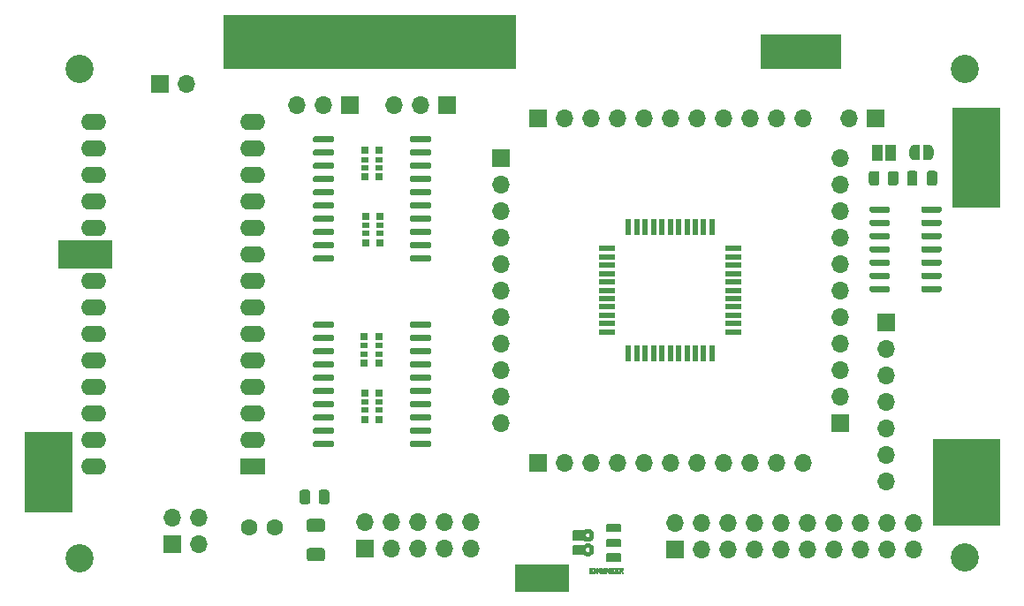
<source format=gbr>
%TF.GenerationSoftware,KiCad,Pcbnew,(5.1.10)-1*%
%TF.CreationDate,2021-06-15T10:47:19-05:00*%
%TF.ProjectId,gd 6502 proto pcb,67642036-3530-4322-9070-726f746f2070,rev?*%
%TF.SameCoordinates,Original*%
%TF.FileFunction,Soldermask,Top*%
%TF.FilePolarity,Negative*%
%FSLAX46Y46*%
G04 Gerber Fmt 4.6, Leading zero omitted, Abs format (unit mm)*
G04 Created by KiCad (PCBNEW (5.1.10)-1) date 2021-06-15 10:47:19*
%MOMM*%
%LPD*%
G01*
G04 APERTURE LIST*
%ADD10C,0.100000*%
%ADD11C,0.095901*%
%ADD12C,0.134262*%
%ADD13C,2.700000*%
%ADD14O,1.700000X1.700000*%
%ADD15R,1.700000X1.700000*%
%ADD16R,0.520000X1.500000*%
%ADD17R,1.500000X0.520000*%
%ADD18O,2.400000X1.600000*%
%ADD19R,2.400000X1.600000*%
%ADD20R,0.700000X0.640000*%
%ADD21R,0.700000X0.500000*%
%ADD22R,1.000000X1.500000*%
%ADD23C,1.600000*%
G04 APERTURE END LIST*
D10*
G36*
X208915000Y-64770000D02*
G01*
X201295000Y-64770000D01*
X201295000Y-61595000D01*
X208915000Y-61595000D01*
X208915000Y-64770000D01*
G37*
X208915000Y-64770000D02*
X201295000Y-64770000D01*
X201295000Y-61595000D01*
X208915000Y-61595000D01*
X208915000Y-64770000D01*
G36*
X224155000Y-78105000D02*
G01*
X219710000Y-78105000D01*
X219710000Y-68580000D01*
X224155000Y-68580000D01*
X224155000Y-78105000D01*
G37*
X224155000Y-78105000D02*
X219710000Y-78105000D01*
X219710000Y-68580000D01*
X224155000Y-68580000D01*
X224155000Y-78105000D01*
G36*
X224155000Y-108585000D02*
G01*
X217805000Y-108585000D01*
X217805000Y-100330000D01*
X224155000Y-100330000D01*
X224155000Y-108585000D01*
G37*
X224155000Y-108585000D02*
X217805000Y-108585000D01*
X217805000Y-100330000D01*
X224155000Y-100330000D01*
X224155000Y-108585000D01*
G36*
X182880000Y-114935000D02*
G01*
X177800000Y-114935000D01*
X177800000Y-112395000D01*
X182880000Y-112395000D01*
X182880000Y-114935000D01*
G37*
X182880000Y-114935000D02*
X177800000Y-114935000D01*
X177800000Y-112395000D01*
X182880000Y-112395000D01*
X182880000Y-114935000D01*
G36*
X135255000Y-107315000D02*
G01*
X130810000Y-107315000D01*
X130810000Y-99695000D01*
X135255000Y-99695000D01*
X135255000Y-107315000D01*
G37*
X135255000Y-107315000D02*
X130810000Y-107315000D01*
X130810000Y-99695000D01*
X135255000Y-99695000D01*
X135255000Y-107315000D01*
G36*
X177800000Y-64770000D02*
G01*
X149860000Y-64770000D01*
X149860000Y-59690000D01*
X177800000Y-59690000D01*
X177800000Y-64770000D01*
G37*
X177800000Y-64770000D02*
X149860000Y-64770000D01*
X149860000Y-59690000D01*
X177800000Y-59690000D01*
X177800000Y-64770000D01*
G36*
X139065000Y-83947000D02*
G01*
X133985000Y-83947000D01*
X133985000Y-81343500D01*
X139065000Y-81343500D01*
X139065000Y-83947000D01*
G37*
X139065000Y-83947000D02*
X133985000Y-83947000D01*
X133985000Y-81343500D01*
X139065000Y-81343500D01*
X139065000Y-83947000D01*
D11*
%TO.C,svg2mod*%
G36*
X187852750Y-112999261D02*
G01*
X187852750Y-112915563D01*
X187922750Y-112915563D01*
X187972750Y-112910413D01*
X188000250Y-112888522D01*
X188012750Y-112849892D01*
X188000250Y-112812550D01*
X187974000Y-112791948D01*
X187920250Y-112788085D01*
X187852750Y-112788084D01*
X187852750Y-112915563D01*
X187852750Y-112999261D01*
X187852750Y-113196274D01*
X187739000Y-113196274D01*
X187739000Y-112697948D01*
X187951500Y-112697948D01*
X188046500Y-112712112D01*
X188105250Y-112763618D01*
X188129000Y-112847317D01*
X188108219Y-112924255D01*
X188045250Y-112976083D01*
X188134000Y-113196274D01*
X188009000Y-113196274D01*
X187935250Y-112999261D01*
X187852750Y-112999261D01*
G37*
X187852750Y-112999261D02*
X187852750Y-112915563D01*
X187922750Y-112915563D01*
X187972750Y-112910413D01*
X188000250Y-112888522D01*
X188012750Y-112849892D01*
X188000250Y-112812550D01*
X187974000Y-112791948D01*
X187920250Y-112788085D01*
X187852750Y-112788084D01*
X187852750Y-112915563D01*
X187852750Y-112999261D01*
X187852750Y-113196274D01*
X187739000Y-113196274D01*
X187739000Y-112697948D01*
X187951500Y-112697948D01*
X188046500Y-112712112D01*
X188105250Y-112763618D01*
X188129000Y-112847317D01*
X188108219Y-112924255D01*
X188045250Y-112976083D01*
X188134000Y-113196274D01*
X188009000Y-113196274D01*
X187935250Y-112999261D01*
X187852750Y-112999261D01*
G36*
X187671500Y-112793235D02*
G01*
X187441500Y-112793235D01*
X187441500Y-112894960D01*
X187621500Y-112894960D01*
X187621500Y-112988960D01*
X187440250Y-112988960D01*
X187440250Y-113097123D01*
X187671500Y-113097123D01*
X187671500Y-113196274D01*
X187326500Y-113196274D01*
X187326500Y-112697948D01*
X187671500Y-112697948D01*
X187671500Y-112793235D01*
G37*
X187671500Y-112793235D02*
X187441500Y-112793235D01*
X187441500Y-112894960D01*
X187621500Y-112894960D01*
X187621500Y-112988960D01*
X187440250Y-112988960D01*
X187440250Y-113097123D01*
X187671500Y-113097123D01*
X187671500Y-113196274D01*
X187326500Y-113196274D01*
X187326500Y-112697948D01*
X187671500Y-112697948D01*
X187671500Y-112793235D01*
G36*
X187257750Y-112793235D02*
G01*
X187027750Y-112793235D01*
X187027750Y-112894960D01*
X187209000Y-112894960D01*
X187209000Y-112988960D01*
X187027750Y-112988960D01*
X187027750Y-113097123D01*
X187257750Y-113097123D01*
X187257750Y-113196274D01*
X186912750Y-113196274D01*
X186912750Y-112697948D01*
X187257750Y-112697948D01*
X187257750Y-112793235D01*
G37*
X187257750Y-112793235D02*
X187027750Y-112793235D01*
X187027750Y-112894960D01*
X187209000Y-112894960D01*
X187209000Y-112988960D01*
X187027750Y-112988960D01*
X187027750Y-113097123D01*
X187257750Y-113097123D01*
X187257750Y-113196274D01*
X186912750Y-113196274D01*
X186912750Y-112697948D01*
X187257750Y-112697948D01*
X187257750Y-112793235D01*
G36*
X186815250Y-112699235D02*
G01*
X186815250Y-113197561D01*
X186719000Y-113197561D01*
X186530250Y-112861481D01*
X186531493Y-112878221D01*
X186532737Y-112900111D01*
X186532737Y-113198849D01*
X186443987Y-113198849D01*
X186443987Y-112700523D01*
X186566487Y-112700523D01*
X186731487Y-112994110D01*
X186728987Y-112960631D01*
X186728987Y-112700523D01*
X186815237Y-112700523D01*
X186815250Y-112699235D01*
G37*
X186815250Y-112699235D02*
X186815250Y-113197561D01*
X186719000Y-113197561D01*
X186530250Y-112861481D01*
X186531493Y-112878221D01*
X186532737Y-112900111D01*
X186532737Y-113198849D01*
X186443987Y-113198849D01*
X186443987Y-112700523D01*
X186566487Y-112700523D01*
X186731487Y-112994110D01*
X186728987Y-112960631D01*
X186728987Y-112700523D01*
X186815237Y-112700523D01*
X186815250Y-112699235D01*
G36*
X186345250Y-112699235D02*
G01*
X186345250Y-113197561D01*
X186232750Y-113197561D01*
X186232750Y-112699235D01*
X186345250Y-112699235D01*
G37*
X186345250Y-112699235D02*
X186345250Y-113197561D01*
X186232750Y-113197561D01*
X186232750Y-112699235D01*
X186345250Y-112699235D01*
G36*
X186144000Y-112931015D02*
G01*
X186144000Y-113197561D01*
X186092750Y-113197561D01*
X186076500Y-113139616D01*
X185944000Y-113204000D01*
X185859937Y-113186616D01*
X185796500Y-113134466D01*
X185757125Y-113054470D01*
X185744000Y-112954193D01*
X185758062Y-112846673D01*
X185800250Y-112762331D01*
X185866656Y-112708410D01*
X185952750Y-112690222D01*
X186082750Y-112736577D01*
X186142750Y-112861481D01*
X186035250Y-112875645D01*
X185951500Y-112785509D01*
X185881500Y-112828002D01*
X185857750Y-112950330D01*
X185882750Y-113067507D01*
X185955250Y-113107425D01*
X186009000Y-113086822D01*
X186032750Y-113021151D01*
X185941500Y-113021151D01*
X185941500Y-112928439D01*
X186144000Y-112928439D01*
X186144000Y-112931015D01*
G37*
X186144000Y-112931015D02*
X186144000Y-113197561D01*
X186092750Y-113197561D01*
X186076500Y-113139616D01*
X185944000Y-113204000D01*
X185859937Y-113186616D01*
X185796500Y-113134466D01*
X185757125Y-113054470D01*
X185744000Y-112954193D01*
X185758062Y-112846673D01*
X185800250Y-112762331D01*
X185866656Y-112708410D01*
X185952750Y-112690222D01*
X186082750Y-112736577D01*
X186142750Y-112861481D01*
X186035250Y-112875645D01*
X185951500Y-112785509D01*
X185881500Y-112828002D01*
X185857750Y-112950330D01*
X185882750Y-113067507D01*
X185955250Y-113107425D01*
X186009000Y-113086822D01*
X186032750Y-113021151D01*
X185941500Y-113021151D01*
X185941500Y-112928439D01*
X186144000Y-112928439D01*
X186144000Y-112931015D01*
G36*
X185669000Y-112699235D02*
G01*
X185669000Y-113197561D01*
X185572750Y-113197561D01*
X185384000Y-112860193D01*
X185385243Y-112876933D01*
X185386487Y-112898823D01*
X185386487Y-113197561D01*
X185297737Y-113197561D01*
X185297737Y-112699235D01*
X185420237Y-112699235D01*
X185585237Y-112992823D01*
X185582737Y-112959343D01*
X185582737Y-112699235D01*
X185669000Y-112699235D01*
G37*
X185669000Y-112699235D02*
X185669000Y-113197561D01*
X185572750Y-113197561D01*
X185384000Y-112860193D01*
X185385243Y-112876933D01*
X185386487Y-112898823D01*
X185386487Y-113197561D01*
X185297737Y-113197561D01*
X185297737Y-112699235D01*
X185420237Y-112699235D01*
X185585237Y-112992823D01*
X185582737Y-112959343D01*
X185582737Y-112699235D01*
X185669000Y-112699235D01*
G36*
X185229000Y-112793235D02*
G01*
X184999000Y-112793235D01*
X184999000Y-112894960D01*
X185180250Y-112894960D01*
X185180250Y-112988960D01*
X184999000Y-112988960D01*
X184999000Y-113097123D01*
X185229000Y-113097123D01*
X185229000Y-113196274D01*
X184884000Y-113196274D01*
X184884000Y-112697948D01*
X185229000Y-112697948D01*
X185229000Y-112793235D01*
G37*
X185229000Y-112793235D02*
X184999000Y-112793235D01*
X184999000Y-112894960D01*
X185180250Y-112894960D01*
X185180250Y-112988960D01*
X184999000Y-112988960D01*
X184999000Y-113097123D01*
X185229000Y-113097123D01*
X185229000Y-113196274D01*
X184884000Y-113196274D01*
X184884000Y-112697948D01*
X185229000Y-112697948D01*
X185229000Y-112793235D01*
D12*
G36*
X184739000Y-109048708D02*
G01*
X184477613Y-109481644D01*
X184538531Y-109388329D01*
X184628746Y-109325435D01*
X184739000Y-109302377D01*
X184849781Y-109325435D01*
X184939937Y-109388329D01*
X185000562Y-109481644D01*
X185022750Y-109595965D01*
X185000562Y-109709541D01*
X184939937Y-109802474D01*
X184849781Y-109865228D01*
X184739000Y-109888265D01*
X184628219Y-109865228D01*
X184538062Y-109802474D01*
X184477437Y-109709541D01*
X184455250Y-109595965D01*
X184477613Y-109481644D01*
X184739000Y-109048708D01*
X184600898Y-109067546D01*
X184476685Y-109120435D01*
X184370250Y-109201940D01*
X183402750Y-109201940D01*
X183402750Y-109989990D01*
X184370250Y-109989990D01*
X184476130Y-110072067D01*
X184600620Y-110124670D01*
X184739000Y-110143222D01*
X184880348Y-110123699D01*
X185007287Y-110068585D01*
X185114781Y-109983069D01*
X185197796Y-109872336D01*
X185251297Y-109741572D01*
X185270250Y-109595965D01*
X185251297Y-109450358D01*
X185197796Y-109319594D01*
X185114781Y-109208861D01*
X185007287Y-109123344D01*
X184880348Y-109068231D01*
X184739000Y-109048708D01*
G37*
X184739000Y-109048708D02*
X184477613Y-109481644D01*
X184538531Y-109388329D01*
X184628746Y-109325435D01*
X184739000Y-109302377D01*
X184849781Y-109325435D01*
X184939937Y-109388329D01*
X185000562Y-109481644D01*
X185022750Y-109595965D01*
X185000562Y-109709541D01*
X184939937Y-109802474D01*
X184849781Y-109865228D01*
X184739000Y-109888265D01*
X184628219Y-109865228D01*
X184538062Y-109802474D01*
X184477437Y-109709541D01*
X184455250Y-109595965D01*
X184477613Y-109481644D01*
X184739000Y-109048708D01*
X184600898Y-109067546D01*
X184476685Y-109120435D01*
X184370250Y-109201940D01*
X183402750Y-109201940D01*
X183402750Y-109989990D01*
X184370250Y-109989990D01*
X184476130Y-110072067D01*
X184600620Y-110124670D01*
X184739000Y-110143222D01*
X184880348Y-110123699D01*
X185007287Y-110068585D01*
X185114781Y-109983069D01*
X185197796Y-109872336D01*
X185251297Y-109741572D01*
X185270250Y-109595965D01*
X185251297Y-109450358D01*
X185197796Y-109319594D01*
X185114781Y-109208861D01*
X185007287Y-109123344D01*
X184880348Y-109068231D01*
X184739000Y-109048708D01*
G36*
X186549000Y-111401270D02*
G01*
X187866500Y-111401270D01*
X187866500Y-112012910D01*
X186549000Y-112012910D01*
X186549000Y-111401270D01*
G37*
X186549000Y-111401270D02*
X187866500Y-111401270D01*
X187866500Y-112012910D01*
X186549000Y-112012910D01*
X186549000Y-111401270D01*
G36*
X186549000Y-109997716D02*
G01*
X187866500Y-109997716D01*
X187866500Y-110609357D01*
X186549000Y-110609357D01*
X186549000Y-109997716D01*
G37*
X186549000Y-109997716D02*
X187866500Y-109997716D01*
X187866500Y-110609357D01*
X186549000Y-110609357D01*
X186549000Y-109997716D01*
G36*
X186549000Y-108598025D02*
G01*
X187866500Y-108598025D01*
X187866500Y-109209666D01*
X186549000Y-109209666D01*
X186549000Y-108598025D01*
G37*
X186549000Y-108598025D02*
X187866500Y-108598025D01*
X187866500Y-109209666D01*
X186549000Y-109209666D01*
X186549000Y-108598025D01*
G36*
X184739000Y-110445823D02*
G01*
X184477613Y-110878961D01*
X184538531Y-110786088D01*
X184628746Y-110723637D01*
X184739000Y-110700781D01*
X184849781Y-110723818D01*
X184939937Y-110786571D01*
X185000562Y-110879505D01*
X185022750Y-110993080D01*
X185000562Y-111107401D01*
X184939937Y-111200716D01*
X184849781Y-111263611D01*
X184739000Y-111286668D01*
X184628219Y-111263611D01*
X184538062Y-111200716D01*
X184477437Y-111107401D01*
X184455250Y-110993080D01*
X184477613Y-110878961D01*
X184739000Y-110445823D01*
X184600898Y-110464661D01*
X184476685Y-110517551D01*
X184370250Y-110599055D01*
X183402750Y-110599055D01*
X183402750Y-111387106D01*
X184370250Y-111387106D01*
X184476130Y-111469182D01*
X184600620Y-111521786D01*
X184739000Y-111540338D01*
X184880348Y-111520814D01*
X185007287Y-111465701D01*
X185114781Y-111380185D01*
X185197796Y-111269451D01*
X185251297Y-111138688D01*
X185270250Y-110993080D01*
X185251297Y-110847473D01*
X185197796Y-110716710D01*
X185114781Y-110605976D01*
X185007287Y-110520460D01*
X184880348Y-110465347D01*
X184739000Y-110445823D01*
G37*
X184739000Y-110445823D02*
X184477613Y-110878961D01*
X184538531Y-110786088D01*
X184628746Y-110723637D01*
X184739000Y-110700781D01*
X184849781Y-110723818D01*
X184939937Y-110786571D01*
X185000562Y-110879505D01*
X185022750Y-110993080D01*
X185000562Y-111107401D01*
X184939937Y-111200716D01*
X184849781Y-111263611D01*
X184739000Y-111286668D01*
X184628219Y-111263611D01*
X184538062Y-111200716D01*
X184477437Y-111107401D01*
X184455250Y-110993080D01*
X184477613Y-110878961D01*
X184739000Y-110445823D01*
X184600898Y-110464661D01*
X184476685Y-110517551D01*
X184370250Y-110599055D01*
X183402750Y-110599055D01*
X183402750Y-111387106D01*
X184370250Y-111387106D01*
X184476130Y-111469182D01*
X184600620Y-111521786D01*
X184739000Y-111540338D01*
X184880348Y-111520814D01*
X185007287Y-111465701D01*
X185114781Y-111380185D01*
X185197796Y-111269451D01*
X185251297Y-111138688D01*
X185270250Y-110993080D01*
X185251297Y-110847473D01*
X185197796Y-110716710D01*
X185114781Y-110605976D01*
X185007287Y-110520460D01*
X184880348Y-110465347D01*
X184739000Y-110445823D01*
%TD*%
D13*
%TO.C,H4*%
X220853000Y-111734600D03*
%TD*%
%TO.C,H3*%
X136050000Y-111760000D03*
%TD*%
%TO.C,He*%
X220853000Y-64897000D03*
%TD*%
%TO.C,H1*%
X136050000Y-64930000D03*
%TD*%
D14*
%TO.C,J1*%
X147510500Y-107886500D03*
X147510500Y-110426500D03*
X144970500Y-107886500D03*
D15*
X144970500Y-110426500D03*
%TD*%
D14*
%TO.C,J10*%
X213360000Y-104394000D03*
X213360000Y-101854000D03*
X213360000Y-99314000D03*
X213360000Y-96774000D03*
X213360000Y-94234000D03*
X213360000Y-91694000D03*
D15*
X213360000Y-89154000D03*
%TD*%
D14*
%TO.C,J2*%
X176403000Y-98806000D03*
X176403000Y-96266000D03*
X176403000Y-93726000D03*
X176403000Y-91186000D03*
X176403000Y-88646000D03*
X176403000Y-86106000D03*
X176403000Y-83566000D03*
X176403000Y-81026000D03*
X176403000Y-78486000D03*
X176403000Y-75946000D03*
D15*
X176403000Y-73406000D03*
%TD*%
%TO.C,U5*%
G36*
G01*
X160464000Y-100688000D02*
X160464000Y-100988000D01*
G75*
G02*
X160314000Y-101138000I-150000J0D01*
G01*
X158564000Y-101138000D01*
G75*
G02*
X158414000Y-100988000I0J150000D01*
G01*
X158414000Y-100688000D01*
G75*
G02*
X158564000Y-100538000I150000J0D01*
G01*
X160314000Y-100538000D01*
G75*
G02*
X160464000Y-100688000I0J-150000D01*
G01*
G37*
G36*
G01*
X160464000Y-99418000D02*
X160464000Y-99718000D01*
G75*
G02*
X160314000Y-99868000I-150000J0D01*
G01*
X158564000Y-99868000D01*
G75*
G02*
X158414000Y-99718000I0J150000D01*
G01*
X158414000Y-99418000D01*
G75*
G02*
X158564000Y-99268000I150000J0D01*
G01*
X160314000Y-99268000D01*
G75*
G02*
X160464000Y-99418000I0J-150000D01*
G01*
G37*
G36*
G01*
X160464000Y-98148000D02*
X160464000Y-98448000D01*
G75*
G02*
X160314000Y-98598000I-150000J0D01*
G01*
X158564000Y-98598000D01*
G75*
G02*
X158414000Y-98448000I0J150000D01*
G01*
X158414000Y-98148000D01*
G75*
G02*
X158564000Y-97998000I150000J0D01*
G01*
X160314000Y-97998000D01*
G75*
G02*
X160464000Y-98148000I0J-150000D01*
G01*
G37*
G36*
G01*
X160464000Y-96878000D02*
X160464000Y-97178000D01*
G75*
G02*
X160314000Y-97328000I-150000J0D01*
G01*
X158564000Y-97328000D01*
G75*
G02*
X158414000Y-97178000I0J150000D01*
G01*
X158414000Y-96878000D01*
G75*
G02*
X158564000Y-96728000I150000J0D01*
G01*
X160314000Y-96728000D01*
G75*
G02*
X160464000Y-96878000I0J-150000D01*
G01*
G37*
G36*
G01*
X160464000Y-95608000D02*
X160464000Y-95908000D01*
G75*
G02*
X160314000Y-96058000I-150000J0D01*
G01*
X158564000Y-96058000D01*
G75*
G02*
X158414000Y-95908000I0J150000D01*
G01*
X158414000Y-95608000D01*
G75*
G02*
X158564000Y-95458000I150000J0D01*
G01*
X160314000Y-95458000D01*
G75*
G02*
X160464000Y-95608000I0J-150000D01*
G01*
G37*
G36*
G01*
X160464000Y-94338000D02*
X160464000Y-94638000D01*
G75*
G02*
X160314000Y-94788000I-150000J0D01*
G01*
X158564000Y-94788000D01*
G75*
G02*
X158414000Y-94638000I0J150000D01*
G01*
X158414000Y-94338000D01*
G75*
G02*
X158564000Y-94188000I150000J0D01*
G01*
X160314000Y-94188000D01*
G75*
G02*
X160464000Y-94338000I0J-150000D01*
G01*
G37*
G36*
G01*
X160464000Y-93068000D02*
X160464000Y-93368000D01*
G75*
G02*
X160314000Y-93518000I-150000J0D01*
G01*
X158564000Y-93518000D01*
G75*
G02*
X158414000Y-93368000I0J150000D01*
G01*
X158414000Y-93068000D01*
G75*
G02*
X158564000Y-92918000I150000J0D01*
G01*
X160314000Y-92918000D01*
G75*
G02*
X160464000Y-93068000I0J-150000D01*
G01*
G37*
G36*
G01*
X160464000Y-91798000D02*
X160464000Y-92098000D01*
G75*
G02*
X160314000Y-92248000I-150000J0D01*
G01*
X158564000Y-92248000D01*
G75*
G02*
X158414000Y-92098000I0J150000D01*
G01*
X158414000Y-91798000D01*
G75*
G02*
X158564000Y-91648000I150000J0D01*
G01*
X160314000Y-91648000D01*
G75*
G02*
X160464000Y-91798000I0J-150000D01*
G01*
G37*
G36*
G01*
X160464000Y-90528000D02*
X160464000Y-90828000D01*
G75*
G02*
X160314000Y-90978000I-150000J0D01*
G01*
X158564000Y-90978000D01*
G75*
G02*
X158414000Y-90828000I0J150000D01*
G01*
X158414000Y-90528000D01*
G75*
G02*
X158564000Y-90378000I150000J0D01*
G01*
X160314000Y-90378000D01*
G75*
G02*
X160464000Y-90528000I0J-150000D01*
G01*
G37*
G36*
G01*
X160464000Y-89258000D02*
X160464000Y-89558000D01*
G75*
G02*
X160314000Y-89708000I-150000J0D01*
G01*
X158564000Y-89708000D01*
G75*
G02*
X158414000Y-89558000I0J150000D01*
G01*
X158414000Y-89258000D01*
G75*
G02*
X158564000Y-89108000I150000J0D01*
G01*
X160314000Y-89108000D01*
G75*
G02*
X160464000Y-89258000I0J-150000D01*
G01*
G37*
G36*
G01*
X169764000Y-89258000D02*
X169764000Y-89558000D01*
G75*
G02*
X169614000Y-89708000I-150000J0D01*
G01*
X167864000Y-89708000D01*
G75*
G02*
X167714000Y-89558000I0J150000D01*
G01*
X167714000Y-89258000D01*
G75*
G02*
X167864000Y-89108000I150000J0D01*
G01*
X169614000Y-89108000D01*
G75*
G02*
X169764000Y-89258000I0J-150000D01*
G01*
G37*
G36*
G01*
X169764000Y-90528000D02*
X169764000Y-90828000D01*
G75*
G02*
X169614000Y-90978000I-150000J0D01*
G01*
X167864000Y-90978000D01*
G75*
G02*
X167714000Y-90828000I0J150000D01*
G01*
X167714000Y-90528000D01*
G75*
G02*
X167864000Y-90378000I150000J0D01*
G01*
X169614000Y-90378000D01*
G75*
G02*
X169764000Y-90528000I0J-150000D01*
G01*
G37*
G36*
G01*
X169764000Y-91798000D02*
X169764000Y-92098000D01*
G75*
G02*
X169614000Y-92248000I-150000J0D01*
G01*
X167864000Y-92248000D01*
G75*
G02*
X167714000Y-92098000I0J150000D01*
G01*
X167714000Y-91798000D01*
G75*
G02*
X167864000Y-91648000I150000J0D01*
G01*
X169614000Y-91648000D01*
G75*
G02*
X169764000Y-91798000I0J-150000D01*
G01*
G37*
G36*
G01*
X169764000Y-93068000D02*
X169764000Y-93368000D01*
G75*
G02*
X169614000Y-93518000I-150000J0D01*
G01*
X167864000Y-93518000D01*
G75*
G02*
X167714000Y-93368000I0J150000D01*
G01*
X167714000Y-93068000D01*
G75*
G02*
X167864000Y-92918000I150000J0D01*
G01*
X169614000Y-92918000D01*
G75*
G02*
X169764000Y-93068000I0J-150000D01*
G01*
G37*
G36*
G01*
X169764000Y-94338000D02*
X169764000Y-94638000D01*
G75*
G02*
X169614000Y-94788000I-150000J0D01*
G01*
X167864000Y-94788000D01*
G75*
G02*
X167714000Y-94638000I0J150000D01*
G01*
X167714000Y-94338000D01*
G75*
G02*
X167864000Y-94188000I150000J0D01*
G01*
X169614000Y-94188000D01*
G75*
G02*
X169764000Y-94338000I0J-150000D01*
G01*
G37*
G36*
G01*
X169764000Y-95608000D02*
X169764000Y-95908000D01*
G75*
G02*
X169614000Y-96058000I-150000J0D01*
G01*
X167864000Y-96058000D01*
G75*
G02*
X167714000Y-95908000I0J150000D01*
G01*
X167714000Y-95608000D01*
G75*
G02*
X167864000Y-95458000I150000J0D01*
G01*
X169614000Y-95458000D01*
G75*
G02*
X169764000Y-95608000I0J-150000D01*
G01*
G37*
G36*
G01*
X169764000Y-96878000D02*
X169764000Y-97178000D01*
G75*
G02*
X169614000Y-97328000I-150000J0D01*
G01*
X167864000Y-97328000D01*
G75*
G02*
X167714000Y-97178000I0J150000D01*
G01*
X167714000Y-96878000D01*
G75*
G02*
X167864000Y-96728000I150000J0D01*
G01*
X169614000Y-96728000D01*
G75*
G02*
X169764000Y-96878000I0J-150000D01*
G01*
G37*
G36*
G01*
X169764000Y-98148000D02*
X169764000Y-98448000D01*
G75*
G02*
X169614000Y-98598000I-150000J0D01*
G01*
X167864000Y-98598000D01*
G75*
G02*
X167714000Y-98448000I0J150000D01*
G01*
X167714000Y-98148000D01*
G75*
G02*
X167864000Y-97998000I150000J0D01*
G01*
X169614000Y-97998000D01*
G75*
G02*
X169764000Y-98148000I0J-150000D01*
G01*
G37*
G36*
G01*
X169764000Y-99418000D02*
X169764000Y-99718000D01*
G75*
G02*
X169614000Y-99868000I-150000J0D01*
G01*
X167864000Y-99868000D01*
G75*
G02*
X167714000Y-99718000I0J150000D01*
G01*
X167714000Y-99418000D01*
G75*
G02*
X167864000Y-99268000I150000J0D01*
G01*
X169614000Y-99268000D01*
G75*
G02*
X169764000Y-99418000I0J-150000D01*
G01*
G37*
G36*
G01*
X169764000Y-100688000D02*
X169764000Y-100988000D01*
G75*
G02*
X169614000Y-101138000I-150000J0D01*
G01*
X167864000Y-101138000D01*
G75*
G02*
X167714000Y-100988000I0J150000D01*
G01*
X167714000Y-100688000D01*
G75*
G02*
X167864000Y-100538000I150000J0D01*
G01*
X169614000Y-100538000D01*
G75*
G02*
X169764000Y-100688000I0J-150000D01*
G01*
G37*
%TD*%
D14*
%TO.C,J11*%
X205359000Y-102616000D03*
X202819000Y-102616000D03*
X200279000Y-102616000D03*
X197739000Y-102616000D03*
X195199000Y-102616000D03*
X192659000Y-102616000D03*
X190119000Y-102616000D03*
X187579000Y-102616000D03*
X185039000Y-102616000D03*
X182499000Y-102616000D03*
D15*
X179959000Y-102616000D03*
%TD*%
D14*
%TO.C,J4*%
X205359000Y-69596000D03*
X202819000Y-69596000D03*
X200279000Y-69596000D03*
X197739000Y-69596000D03*
X195199000Y-69596000D03*
X192659000Y-69596000D03*
X190119000Y-69596000D03*
X187579000Y-69596000D03*
X185039000Y-69596000D03*
X182499000Y-69596000D03*
D15*
X179959000Y-69596000D03*
%TD*%
D14*
%TO.C,J3*%
X208915000Y-73406000D03*
X208915000Y-75946000D03*
X208915000Y-78486000D03*
X208915000Y-81026000D03*
X208915000Y-83566000D03*
X208915000Y-86106000D03*
X208915000Y-88646000D03*
X208915000Y-91186000D03*
X208915000Y-93726000D03*
X208915000Y-96266000D03*
D15*
X208915000Y-98806000D03*
%TD*%
D14*
%TO.C,J12*%
X146304000Y-66294000D03*
D15*
X143764000Y-66294000D03*
%TD*%
%TO.C,R4*%
G36*
G01*
X158959500Y-106368001D02*
X158959500Y-105467999D01*
G75*
G02*
X159209499Y-105218000I249999J0D01*
G01*
X159734501Y-105218000D01*
G75*
G02*
X159984500Y-105467999I0J-249999D01*
G01*
X159984500Y-106368001D01*
G75*
G02*
X159734501Y-106618000I-249999J0D01*
G01*
X159209499Y-106618000D01*
G75*
G02*
X158959500Y-106368001I0J249999D01*
G01*
G37*
G36*
G01*
X157134500Y-106368001D02*
X157134500Y-105467999D01*
G75*
G02*
X157384499Y-105218000I249999J0D01*
G01*
X157909501Y-105218000D01*
G75*
G02*
X158159500Y-105467999I0J-249999D01*
G01*
X158159500Y-106368001D01*
G75*
G02*
X157909501Y-106618000I-249999J0D01*
G01*
X157384499Y-106618000D01*
G75*
G02*
X157134500Y-106368001I0J249999D01*
G01*
G37*
%TD*%
%TO.C,D1*%
G36*
G01*
X159311500Y-109270500D02*
X158061500Y-109270500D01*
G75*
G02*
X157811500Y-109020500I0J250000D01*
G01*
X157811500Y-108270500D01*
G75*
G02*
X158061500Y-108020500I250000J0D01*
G01*
X159311500Y-108020500D01*
G75*
G02*
X159561500Y-108270500I0J-250000D01*
G01*
X159561500Y-109020500D01*
G75*
G02*
X159311500Y-109270500I-250000J0D01*
G01*
G37*
G36*
G01*
X159311500Y-112070500D02*
X158061500Y-112070500D01*
G75*
G02*
X157811500Y-111820500I0J250000D01*
G01*
X157811500Y-111070500D01*
G75*
G02*
X158061500Y-110820500I250000J0D01*
G01*
X159311500Y-110820500D01*
G75*
G02*
X159561500Y-111070500I0J-250000D01*
G01*
X159561500Y-111820500D01*
G75*
G02*
X159311500Y-112070500I-250000J0D01*
G01*
G37*
%TD*%
%TO.C,U4*%
G36*
G01*
X160464000Y-82908000D02*
X160464000Y-83208000D01*
G75*
G02*
X160314000Y-83358000I-150000J0D01*
G01*
X158564000Y-83358000D01*
G75*
G02*
X158414000Y-83208000I0J150000D01*
G01*
X158414000Y-82908000D01*
G75*
G02*
X158564000Y-82758000I150000J0D01*
G01*
X160314000Y-82758000D01*
G75*
G02*
X160464000Y-82908000I0J-150000D01*
G01*
G37*
G36*
G01*
X160464000Y-81638000D02*
X160464000Y-81938000D01*
G75*
G02*
X160314000Y-82088000I-150000J0D01*
G01*
X158564000Y-82088000D01*
G75*
G02*
X158414000Y-81938000I0J150000D01*
G01*
X158414000Y-81638000D01*
G75*
G02*
X158564000Y-81488000I150000J0D01*
G01*
X160314000Y-81488000D01*
G75*
G02*
X160464000Y-81638000I0J-150000D01*
G01*
G37*
G36*
G01*
X160464000Y-80368000D02*
X160464000Y-80668000D01*
G75*
G02*
X160314000Y-80818000I-150000J0D01*
G01*
X158564000Y-80818000D01*
G75*
G02*
X158414000Y-80668000I0J150000D01*
G01*
X158414000Y-80368000D01*
G75*
G02*
X158564000Y-80218000I150000J0D01*
G01*
X160314000Y-80218000D01*
G75*
G02*
X160464000Y-80368000I0J-150000D01*
G01*
G37*
G36*
G01*
X160464000Y-79098000D02*
X160464000Y-79398000D01*
G75*
G02*
X160314000Y-79548000I-150000J0D01*
G01*
X158564000Y-79548000D01*
G75*
G02*
X158414000Y-79398000I0J150000D01*
G01*
X158414000Y-79098000D01*
G75*
G02*
X158564000Y-78948000I150000J0D01*
G01*
X160314000Y-78948000D01*
G75*
G02*
X160464000Y-79098000I0J-150000D01*
G01*
G37*
G36*
G01*
X160464000Y-77828000D02*
X160464000Y-78128000D01*
G75*
G02*
X160314000Y-78278000I-150000J0D01*
G01*
X158564000Y-78278000D01*
G75*
G02*
X158414000Y-78128000I0J150000D01*
G01*
X158414000Y-77828000D01*
G75*
G02*
X158564000Y-77678000I150000J0D01*
G01*
X160314000Y-77678000D01*
G75*
G02*
X160464000Y-77828000I0J-150000D01*
G01*
G37*
G36*
G01*
X160464000Y-76558000D02*
X160464000Y-76858000D01*
G75*
G02*
X160314000Y-77008000I-150000J0D01*
G01*
X158564000Y-77008000D01*
G75*
G02*
X158414000Y-76858000I0J150000D01*
G01*
X158414000Y-76558000D01*
G75*
G02*
X158564000Y-76408000I150000J0D01*
G01*
X160314000Y-76408000D01*
G75*
G02*
X160464000Y-76558000I0J-150000D01*
G01*
G37*
G36*
G01*
X160464000Y-75288000D02*
X160464000Y-75588000D01*
G75*
G02*
X160314000Y-75738000I-150000J0D01*
G01*
X158564000Y-75738000D01*
G75*
G02*
X158414000Y-75588000I0J150000D01*
G01*
X158414000Y-75288000D01*
G75*
G02*
X158564000Y-75138000I150000J0D01*
G01*
X160314000Y-75138000D01*
G75*
G02*
X160464000Y-75288000I0J-150000D01*
G01*
G37*
G36*
G01*
X160464000Y-74018000D02*
X160464000Y-74318000D01*
G75*
G02*
X160314000Y-74468000I-150000J0D01*
G01*
X158564000Y-74468000D01*
G75*
G02*
X158414000Y-74318000I0J150000D01*
G01*
X158414000Y-74018000D01*
G75*
G02*
X158564000Y-73868000I150000J0D01*
G01*
X160314000Y-73868000D01*
G75*
G02*
X160464000Y-74018000I0J-150000D01*
G01*
G37*
G36*
G01*
X160464000Y-72748000D02*
X160464000Y-73048000D01*
G75*
G02*
X160314000Y-73198000I-150000J0D01*
G01*
X158564000Y-73198000D01*
G75*
G02*
X158414000Y-73048000I0J150000D01*
G01*
X158414000Y-72748000D01*
G75*
G02*
X158564000Y-72598000I150000J0D01*
G01*
X160314000Y-72598000D01*
G75*
G02*
X160464000Y-72748000I0J-150000D01*
G01*
G37*
G36*
G01*
X160464000Y-71478000D02*
X160464000Y-71778000D01*
G75*
G02*
X160314000Y-71928000I-150000J0D01*
G01*
X158564000Y-71928000D01*
G75*
G02*
X158414000Y-71778000I0J150000D01*
G01*
X158414000Y-71478000D01*
G75*
G02*
X158564000Y-71328000I150000J0D01*
G01*
X160314000Y-71328000D01*
G75*
G02*
X160464000Y-71478000I0J-150000D01*
G01*
G37*
G36*
G01*
X169764000Y-71478000D02*
X169764000Y-71778000D01*
G75*
G02*
X169614000Y-71928000I-150000J0D01*
G01*
X167864000Y-71928000D01*
G75*
G02*
X167714000Y-71778000I0J150000D01*
G01*
X167714000Y-71478000D01*
G75*
G02*
X167864000Y-71328000I150000J0D01*
G01*
X169614000Y-71328000D01*
G75*
G02*
X169764000Y-71478000I0J-150000D01*
G01*
G37*
G36*
G01*
X169764000Y-72748000D02*
X169764000Y-73048000D01*
G75*
G02*
X169614000Y-73198000I-150000J0D01*
G01*
X167864000Y-73198000D01*
G75*
G02*
X167714000Y-73048000I0J150000D01*
G01*
X167714000Y-72748000D01*
G75*
G02*
X167864000Y-72598000I150000J0D01*
G01*
X169614000Y-72598000D01*
G75*
G02*
X169764000Y-72748000I0J-150000D01*
G01*
G37*
G36*
G01*
X169764000Y-74018000D02*
X169764000Y-74318000D01*
G75*
G02*
X169614000Y-74468000I-150000J0D01*
G01*
X167864000Y-74468000D01*
G75*
G02*
X167714000Y-74318000I0J150000D01*
G01*
X167714000Y-74018000D01*
G75*
G02*
X167864000Y-73868000I150000J0D01*
G01*
X169614000Y-73868000D01*
G75*
G02*
X169764000Y-74018000I0J-150000D01*
G01*
G37*
G36*
G01*
X169764000Y-75288000D02*
X169764000Y-75588000D01*
G75*
G02*
X169614000Y-75738000I-150000J0D01*
G01*
X167864000Y-75738000D01*
G75*
G02*
X167714000Y-75588000I0J150000D01*
G01*
X167714000Y-75288000D01*
G75*
G02*
X167864000Y-75138000I150000J0D01*
G01*
X169614000Y-75138000D01*
G75*
G02*
X169764000Y-75288000I0J-150000D01*
G01*
G37*
G36*
G01*
X169764000Y-76558000D02*
X169764000Y-76858000D01*
G75*
G02*
X169614000Y-77008000I-150000J0D01*
G01*
X167864000Y-77008000D01*
G75*
G02*
X167714000Y-76858000I0J150000D01*
G01*
X167714000Y-76558000D01*
G75*
G02*
X167864000Y-76408000I150000J0D01*
G01*
X169614000Y-76408000D01*
G75*
G02*
X169764000Y-76558000I0J-150000D01*
G01*
G37*
G36*
G01*
X169764000Y-77828000D02*
X169764000Y-78128000D01*
G75*
G02*
X169614000Y-78278000I-150000J0D01*
G01*
X167864000Y-78278000D01*
G75*
G02*
X167714000Y-78128000I0J150000D01*
G01*
X167714000Y-77828000D01*
G75*
G02*
X167864000Y-77678000I150000J0D01*
G01*
X169614000Y-77678000D01*
G75*
G02*
X169764000Y-77828000I0J-150000D01*
G01*
G37*
G36*
G01*
X169764000Y-79098000D02*
X169764000Y-79398000D01*
G75*
G02*
X169614000Y-79548000I-150000J0D01*
G01*
X167864000Y-79548000D01*
G75*
G02*
X167714000Y-79398000I0J150000D01*
G01*
X167714000Y-79098000D01*
G75*
G02*
X167864000Y-78948000I150000J0D01*
G01*
X169614000Y-78948000D01*
G75*
G02*
X169764000Y-79098000I0J-150000D01*
G01*
G37*
G36*
G01*
X169764000Y-80368000D02*
X169764000Y-80668000D01*
G75*
G02*
X169614000Y-80818000I-150000J0D01*
G01*
X167864000Y-80818000D01*
G75*
G02*
X167714000Y-80668000I0J150000D01*
G01*
X167714000Y-80368000D01*
G75*
G02*
X167864000Y-80218000I150000J0D01*
G01*
X169614000Y-80218000D01*
G75*
G02*
X169764000Y-80368000I0J-150000D01*
G01*
G37*
G36*
G01*
X169764000Y-81638000D02*
X169764000Y-81938000D01*
G75*
G02*
X169614000Y-82088000I-150000J0D01*
G01*
X167864000Y-82088000D01*
G75*
G02*
X167714000Y-81938000I0J150000D01*
G01*
X167714000Y-81638000D01*
G75*
G02*
X167864000Y-81488000I150000J0D01*
G01*
X169614000Y-81488000D01*
G75*
G02*
X169764000Y-81638000I0J-150000D01*
G01*
G37*
G36*
G01*
X169764000Y-82908000D02*
X169764000Y-83208000D01*
G75*
G02*
X169614000Y-83358000I-150000J0D01*
G01*
X167864000Y-83358000D01*
G75*
G02*
X167714000Y-83208000I0J150000D01*
G01*
X167714000Y-82908000D01*
G75*
G02*
X167864000Y-82758000I150000J0D01*
G01*
X169614000Y-82758000D01*
G75*
G02*
X169764000Y-82908000I0J-150000D01*
G01*
G37*
%TD*%
%TO.C,U3*%
G36*
G01*
X216701500Y-78509000D02*
X216701500Y-78209000D01*
G75*
G02*
X216851500Y-78059000I150000J0D01*
G01*
X218501500Y-78059000D01*
G75*
G02*
X218651500Y-78209000I0J-150000D01*
G01*
X218651500Y-78509000D01*
G75*
G02*
X218501500Y-78659000I-150000J0D01*
G01*
X216851500Y-78659000D01*
G75*
G02*
X216701500Y-78509000I0J150000D01*
G01*
G37*
G36*
G01*
X216701500Y-79779000D02*
X216701500Y-79479000D01*
G75*
G02*
X216851500Y-79329000I150000J0D01*
G01*
X218501500Y-79329000D01*
G75*
G02*
X218651500Y-79479000I0J-150000D01*
G01*
X218651500Y-79779000D01*
G75*
G02*
X218501500Y-79929000I-150000J0D01*
G01*
X216851500Y-79929000D01*
G75*
G02*
X216701500Y-79779000I0J150000D01*
G01*
G37*
G36*
G01*
X216701500Y-81049000D02*
X216701500Y-80749000D01*
G75*
G02*
X216851500Y-80599000I150000J0D01*
G01*
X218501500Y-80599000D01*
G75*
G02*
X218651500Y-80749000I0J-150000D01*
G01*
X218651500Y-81049000D01*
G75*
G02*
X218501500Y-81199000I-150000J0D01*
G01*
X216851500Y-81199000D01*
G75*
G02*
X216701500Y-81049000I0J150000D01*
G01*
G37*
G36*
G01*
X216701500Y-82319000D02*
X216701500Y-82019000D01*
G75*
G02*
X216851500Y-81869000I150000J0D01*
G01*
X218501500Y-81869000D01*
G75*
G02*
X218651500Y-82019000I0J-150000D01*
G01*
X218651500Y-82319000D01*
G75*
G02*
X218501500Y-82469000I-150000J0D01*
G01*
X216851500Y-82469000D01*
G75*
G02*
X216701500Y-82319000I0J150000D01*
G01*
G37*
G36*
G01*
X216701500Y-83589000D02*
X216701500Y-83289000D01*
G75*
G02*
X216851500Y-83139000I150000J0D01*
G01*
X218501500Y-83139000D01*
G75*
G02*
X218651500Y-83289000I0J-150000D01*
G01*
X218651500Y-83589000D01*
G75*
G02*
X218501500Y-83739000I-150000J0D01*
G01*
X216851500Y-83739000D01*
G75*
G02*
X216701500Y-83589000I0J150000D01*
G01*
G37*
G36*
G01*
X216701500Y-84859000D02*
X216701500Y-84559000D01*
G75*
G02*
X216851500Y-84409000I150000J0D01*
G01*
X218501500Y-84409000D01*
G75*
G02*
X218651500Y-84559000I0J-150000D01*
G01*
X218651500Y-84859000D01*
G75*
G02*
X218501500Y-85009000I-150000J0D01*
G01*
X216851500Y-85009000D01*
G75*
G02*
X216701500Y-84859000I0J150000D01*
G01*
G37*
G36*
G01*
X216701500Y-86129000D02*
X216701500Y-85829000D01*
G75*
G02*
X216851500Y-85679000I150000J0D01*
G01*
X218501500Y-85679000D01*
G75*
G02*
X218651500Y-85829000I0J-150000D01*
G01*
X218651500Y-86129000D01*
G75*
G02*
X218501500Y-86279000I-150000J0D01*
G01*
X216851500Y-86279000D01*
G75*
G02*
X216701500Y-86129000I0J150000D01*
G01*
G37*
G36*
G01*
X211751500Y-86129000D02*
X211751500Y-85829000D01*
G75*
G02*
X211901500Y-85679000I150000J0D01*
G01*
X213551500Y-85679000D01*
G75*
G02*
X213701500Y-85829000I0J-150000D01*
G01*
X213701500Y-86129000D01*
G75*
G02*
X213551500Y-86279000I-150000J0D01*
G01*
X211901500Y-86279000D01*
G75*
G02*
X211751500Y-86129000I0J150000D01*
G01*
G37*
G36*
G01*
X211751500Y-84859000D02*
X211751500Y-84559000D01*
G75*
G02*
X211901500Y-84409000I150000J0D01*
G01*
X213551500Y-84409000D01*
G75*
G02*
X213701500Y-84559000I0J-150000D01*
G01*
X213701500Y-84859000D01*
G75*
G02*
X213551500Y-85009000I-150000J0D01*
G01*
X211901500Y-85009000D01*
G75*
G02*
X211751500Y-84859000I0J150000D01*
G01*
G37*
G36*
G01*
X211751500Y-83589000D02*
X211751500Y-83289000D01*
G75*
G02*
X211901500Y-83139000I150000J0D01*
G01*
X213551500Y-83139000D01*
G75*
G02*
X213701500Y-83289000I0J-150000D01*
G01*
X213701500Y-83589000D01*
G75*
G02*
X213551500Y-83739000I-150000J0D01*
G01*
X211901500Y-83739000D01*
G75*
G02*
X211751500Y-83589000I0J150000D01*
G01*
G37*
G36*
G01*
X211751500Y-82319000D02*
X211751500Y-82019000D01*
G75*
G02*
X211901500Y-81869000I150000J0D01*
G01*
X213551500Y-81869000D01*
G75*
G02*
X213701500Y-82019000I0J-150000D01*
G01*
X213701500Y-82319000D01*
G75*
G02*
X213551500Y-82469000I-150000J0D01*
G01*
X211901500Y-82469000D01*
G75*
G02*
X211751500Y-82319000I0J150000D01*
G01*
G37*
G36*
G01*
X211751500Y-81049000D02*
X211751500Y-80749000D01*
G75*
G02*
X211901500Y-80599000I150000J0D01*
G01*
X213551500Y-80599000D01*
G75*
G02*
X213701500Y-80749000I0J-150000D01*
G01*
X213701500Y-81049000D01*
G75*
G02*
X213551500Y-81199000I-150000J0D01*
G01*
X211901500Y-81199000D01*
G75*
G02*
X211751500Y-81049000I0J150000D01*
G01*
G37*
G36*
G01*
X211751500Y-79779000D02*
X211751500Y-79479000D01*
G75*
G02*
X211901500Y-79329000I150000J0D01*
G01*
X213551500Y-79329000D01*
G75*
G02*
X213701500Y-79479000I0J-150000D01*
G01*
X213701500Y-79779000D01*
G75*
G02*
X213551500Y-79929000I-150000J0D01*
G01*
X211901500Y-79929000D01*
G75*
G02*
X211751500Y-79779000I0J150000D01*
G01*
G37*
G36*
G01*
X211751500Y-78509000D02*
X211751500Y-78209000D01*
G75*
G02*
X211901500Y-78059000I150000J0D01*
G01*
X213551500Y-78059000D01*
G75*
G02*
X213701500Y-78209000I0J-150000D01*
G01*
X213701500Y-78509000D01*
G75*
G02*
X213551500Y-78659000I-150000J0D01*
G01*
X211901500Y-78659000D01*
G75*
G02*
X211751500Y-78509000I0J150000D01*
G01*
G37*
%TD*%
D16*
%TO.C,U2*%
X188659000Y-80056000D03*
X189459000Y-80056000D03*
X190259000Y-80056000D03*
X191059000Y-80056000D03*
X191859000Y-80056000D03*
X192659000Y-80056000D03*
X193459000Y-80056000D03*
X194259000Y-80056000D03*
X195059000Y-80056000D03*
X195859000Y-80056000D03*
X196659000Y-80056000D03*
D17*
X198709000Y-82106000D03*
X198709000Y-82906000D03*
X198709000Y-83706000D03*
X198709000Y-84506000D03*
X198709000Y-85306000D03*
X198709000Y-86106000D03*
X198709000Y-86906000D03*
X198709000Y-87706000D03*
X198709000Y-88506000D03*
X198709000Y-89306000D03*
X198709000Y-90106000D03*
D16*
X196659000Y-92156000D03*
X195859000Y-92156000D03*
X195059000Y-92156000D03*
X194259000Y-92156000D03*
X193459000Y-92156000D03*
X192659000Y-92156000D03*
X191859000Y-92156000D03*
X191059000Y-92156000D03*
X190259000Y-92156000D03*
X189459000Y-92156000D03*
X188659000Y-92156000D03*
D17*
X186609000Y-90106000D03*
X186609000Y-89306000D03*
X186609000Y-88506000D03*
X186609000Y-87706000D03*
X186609000Y-86906000D03*
X186609000Y-86106000D03*
X186609000Y-85306000D03*
X186609000Y-84506000D03*
X186609000Y-83706000D03*
X186609000Y-82906000D03*
X186609000Y-82106000D03*
%TD*%
D18*
%TO.C,U1*%
X137414000Y-102997000D03*
X152654000Y-69977000D03*
X137414000Y-100457000D03*
X152654000Y-72517000D03*
X137414000Y-97917000D03*
X152654000Y-75057000D03*
X137414000Y-95377000D03*
X152654000Y-77597000D03*
X137414000Y-92837000D03*
X152654000Y-80137000D03*
X137414000Y-90297000D03*
X152654000Y-82677000D03*
X137414000Y-87757000D03*
X152654000Y-85217000D03*
X137414000Y-85217000D03*
X152654000Y-87757000D03*
X137414000Y-82677000D03*
X152654000Y-90297000D03*
X137414000Y-80137000D03*
X152654000Y-92837000D03*
X137414000Y-77597000D03*
X152654000Y-95377000D03*
X137414000Y-75057000D03*
X152654000Y-97917000D03*
X137414000Y-72517000D03*
X152654000Y-100457000D03*
X137414000Y-69977000D03*
D19*
X152654000Y-102997000D03*
%TD*%
%TO.C,RNP1*%
G36*
G01*
X213506000Y-75824501D02*
X213506000Y-74924499D01*
G75*
G02*
X213755999Y-74674500I249999J0D01*
G01*
X214281001Y-74674500D01*
G75*
G02*
X214531000Y-74924499I0J-249999D01*
G01*
X214531000Y-75824501D01*
G75*
G02*
X214281001Y-76074500I-249999J0D01*
G01*
X213755999Y-76074500D01*
G75*
G02*
X213506000Y-75824501I0J249999D01*
G01*
G37*
G36*
G01*
X211681000Y-75824501D02*
X211681000Y-74924499D01*
G75*
G02*
X211930999Y-74674500I249999J0D01*
G01*
X212456001Y-74674500D01*
G75*
G02*
X212706000Y-74924499I0J-249999D01*
G01*
X212706000Y-75824501D01*
G75*
G02*
X212456001Y-76074500I-249999J0D01*
G01*
X211930999Y-76074500D01*
G75*
G02*
X211681000Y-75824501I0J249999D01*
G01*
G37*
%TD*%
D20*
%TO.C,RN4*%
X163385500Y-95929500D03*
D21*
X163385500Y-97599500D03*
X163385500Y-96799500D03*
D20*
X163385500Y-98469500D03*
D21*
X164785500Y-96799500D03*
D20*
X164785500Y-95929500D03*
D21*
X164785500Y-97599500D03*
D20*
X164785500Y-98469500D03*
%TD*%
%TO.C,RN3*%
X163320500Y-90551000D03*
D21*
X163320500Y-92221000D03*
X163320500Y-91421000D03*
D20*
X163320500Y-93091000D03*
D21*
X164720500Y-91421000D03*
D20*
X164720500Y-90551000D03*
D21*
X164720500Y-92221000D03*
D20*
X164720500Y-93091000D03*
%TD*%
%TO.C,RN2*%
X163447500Y-78994000D03*
D21*
X163447500Y-80664000D03*
X163447500Y-79864000D03*
D20*
X163447500Y-81534000D03*
D21*
X164847500Y-79864000D03*
D20*
X164847500Y-78994000D03*
D21*
X164847500Y-80664000D03*
D20*
X164847500Y-81534000D03*
%TD*%
%TO.C,RN1*%
X163382500Y-72707500D03*
D21*
X163382500Y-74377500D03*
X163382500Y-73577500D03*
D20*
X163382500Y-75247500D03*
D21*
X164782500Y-73577500D03*
D20*
X164782500Y-72707500D03*
D21*
X164782500Y-74377500D03*
D20*
X164782500Y-75247500D03*
%TD*%
D10*
%TO.C,JP3*%
G36*
X217375500Y-72148602D02*
G01*
X217400034Y-72148602D01*
X217448865Y-72153412D01*
X217496990Y-72162984D01*
X217543945Y-72177228D01*
X217589278Y-72196005D01*
X217632551Y-72219136D01*
X217673350Y-72246396D01*
X217711279Y-72277524D01*
X217745976Y-72312221D01*
X217777104Y-72350150D01*
X217804364Y-72390949D01*
X217827495Y-72434222D01*
X217846272Y-72479555D01*
X217860516Y-72526510D01*
X217870088Y-72574635D01*
X217874898Y-72623466D01*
X217874898Y-72648000D01*
X217875500Y-72648000D01*
X217875500Y-73148000D01*
X217874898Y-73148000D01*
X217874898Y-73172534D01*
X217870088Y-73221365D01*
X217860516Y-73269490D01*
X217846272Y-73316445D01*
X217827495Y-73361778D01*
X217804364Y-73405051D01*
X217777104Y-73445850D01*
X217745976Y-73483779D01*
X217711279Y-73518476D01*
X217673350Y-73549604D01*
X217632551Y-73576864D01*
X217589278Y-73599995D01*
X217543945Y-73618772D01*
X217496990Y-73633016D01*
X217448865Y-73642588D01*
X217400034Y-73647398D01*
X217375500Y-73647398D01*
X217375500Y-73648000D01*
X216875500Y-73648000D01*
X216875500Y-72148000D01*
X217375500Y-72148000D01*
X217375500Y-72148602D01*
G37*
G36*
X216575500Y-73648000D02*
G01*
X216075500Y-73648000D01*
X216075500Y-73647398D01*
X216050966Y-73647398D01*
X216002135Y-73642588D01*
X215954010Y-73633016D01*
X215907055Y-73618772D01*
X215861722Y-73599995D01*
X215818449Y-73576864D01*
X215777650Y-73549604D01*
X215739721Y-73518476D01*
X215705024Y-73483779D01*
X215673896Y-73445850D01*
X215646636Y-73405051D01*
X215623505Y-73361778D01*
X215604728Y-73316445D01*
X215590484Y-73269490D01*
X215580912Y-73221365D01*
X215576102Y-73172534D01*
X215576102Y-73148000D01*
X215575500Y-73148000D01*
X215575500Y-72648000D01*
X215576102Y-72648000D01*
X215576102Y-72623466D01*
X215580912Y-72574635D01*
X215590484Y-72526510D01*
X215604728Y-72479555D01*
X215623505Y-72434222D01*
X215646636Y-72390949D01*
X215673896Y-72350150D01*
X215705024Y-72312221D01*
X215739721Y-72277524D01*
X215777650Y-72246396D01*
X215818449Y-72219136D01*
X215861722Y-72196005D01*
X215907055Y-72177228D01*
X215954010Y-72162984D01*
X216002135Y-72153412D01*
X216050966Y-72148602D01*
X216075500Y-72148602D01*
X216075500Y-72148000D01*
X216575500Y-72148000D01*
X216575500Y-73648000D01*
G37*
%TD*%
D22*
%TO.C,JP2*%
X212456000Y-72898000D03*
X213756000Y-72898000D03*
%TD*%
D14*
%TO.C,J9*%
X209804000Y-69596000D03*
D15*
X212344000Y-69596000D03*
%TD*%
D14*
%TO.C,J8*%
X156908500Y-68326000D03*
X159448500Y-68326000D03*
D15*
X161988500Y-68326000D03*
%TD*%
D14*
%TO.C,J7*%
X166179500Y-68326000D03*
X168719500Y-68326000D03*
D15*
X171259500Y-68326000D03*
%TD*%
D14*
%TO.C,J6*%
X173545500Y-108331000D03*
X173545500Y-110871000D03*
X171005500Y-108331000D03*
X171005500Y-110871000D03*
X168465500Y-108331000D03*
X168465500Y-110871000D03*
X165925500Y-108331000D03*
X165925500Y-110871000D03*
X163385500Y-108331000D03*
D15*
X163385500Y-110871000D03*
%TD*%
D14*
%TO.C,J5*%
X215963500Y-108394500D03*
X215963500Y-110934500D03*
X213423500Y-108394500D03*
X213423500Y-110934500D03*
X210883500Y-108394500D03*
X210883500Y-110934500D03*
X208343500Y-108394500D03*
X208343500Y-110934500D03*
X205803500Y-108394500D03*
X205803500Y-110934500D03*
X203263500Y-108394500D03*
X203263500Y-110934500D03*
X200723500Y-108394500D03*
X200723500Y-110934500D03*
X198183500Y-108394500D03*
X198183500Y-110934500D03*
X195643500Y-108394500D03*
X195643500Y-110934500D03*
X193103500Y-108394500D03*
D15*
X193103500Y-110934500D03*
%TD*%
%TO.C,C7*%
G36*
G01*
X216339000Y-74899500D02*
X216339000Y-75849500D01*
G75*
G02*
X216089000Y-76099500I-250000J0D01*
G01*
X215589000Y-76099500D01*
G75*
G02*
X215339000Y-75849500I0J250000D01*
G01*
X215339000Y-74899500D01*
G75*
G02*
X215589000Y-74649500I250000J0D01*
G01*
X216089000Y-74649500D01*
G75*
G02*
X216339000Y-74899500I0J-250000D01*
G01*
G37*
G36*
G01*
X218239000Y-74899500D02*
X218239000Y-75849500D01*
G75*
G02*
X217989000Y-76099500I-250000J0D01*
G01*
X217489000Y-76099500D01*
G75*
G02*
X217239000Y-75849500I0J250000D01*
G01*
X217239000Y-74899500D01*
G75*
G02*
X217489000Y-74649500I250000J0D01*
G01*
X217989000Y-74649500D01*
G75*
G02*
X218239000Y-74899500I0J-250000D01*
G01*
G37*
%TD*%
D23*
%TO.C,C2*%
X154773000Y-108839000D03*
X152273000Y-108839000D03*
%TD*%
M02*

</source>
